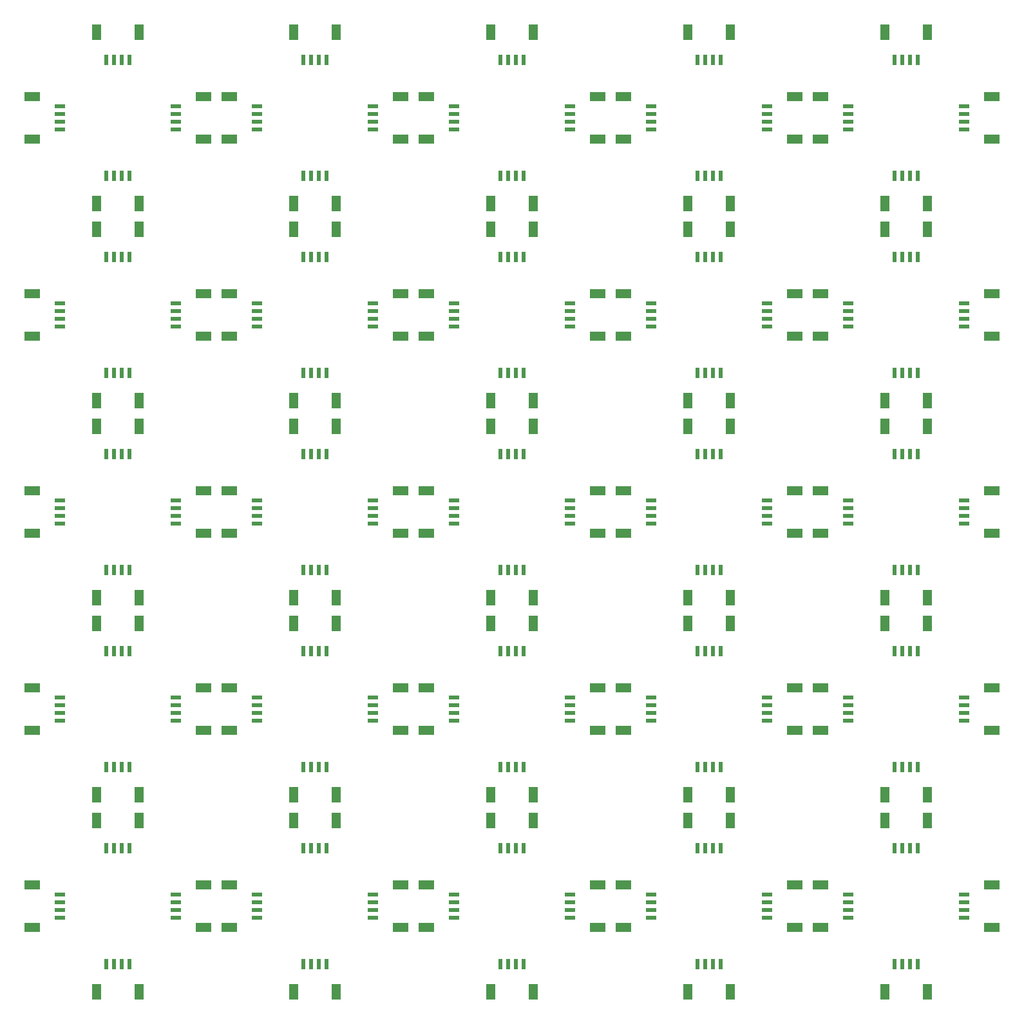
<source format=gtp>
G04 EAGLE Gerber RS-274X export*
G75*
%MOMM*%
%FSLAX34Y34*%
%LPD*%
%INSolderpaste Top*%
%IPPOS*%
%AMOC8*
5,1,8,0,0,1.08239X$1,22.5*%
G01*
%ADD10R,1.200000X2.000000*%
%ADD11R,0.600000X1.350000*%
%ADD12R,2.000000X1.200000*%
%ADD13R,1.350000X0.600000*%


D10*
X99000Y14050D03*
X155000Y14050D03*
D11*
X112000Y50800D03*
X122000Y50800D03*
X132000Y50800D03*
X142000Y50800D03*
D12*
X14050Y155000D03*
X14050Y99000D03*
D13*
X50800Y142000D03*
X50800Y132000D03*
X50800Y122000D03*
X50800Y112000D03*
D12*
X239950Y99000D03*
X239950Y155000D03*
D13*
X203200Y112000D03*
X203200Y122000D03*
X203200Y132000D03*
X203200Y142000D03*
D10*
X155000Y239950D03*
X99000Y239950D03*
D11*
X142000Y203200D03*
X132000Y203200D03*
X122000Y203200D03*
X112000Y203200D03*
D10*
X358080Y14050D03*
X414080Y14050D03*
D11*
X371080Y50800D03*
X381080Y50800D03*
X391080Y50800D03*
X401080Y50800D03*
D12*
X273130Y155000D03*
X273130Y99000D03*
D13*
X309880Y142000D03*
X309880Y132000D03*
X309880Y122000D03*
X309880Y112000D03*
D12*
X499030Y99000D03*
X499030Y155000D03*
D13*
X462280Y112000D03*
X462280Y122000D03*
X462280Y132000D03*
X462280Y142000D03*
D10*
X414080Y239950D03*
X358080Y239950D03*
D11*
X401080Y203200D03*
X391080Y203200D03*
X381080Y203200D03*
X371080Y203200D03*
D10*
X617160Y14050D03*
X673160Y14050D03*
D11*
X630160Y50800D03*
X640160Y50800D03*
X650160Y50800D03*
X660160Y50800D03*
D12*
X532210Y155000D03*
X532210Y99000D03*
D13*
X568960Y142000D03*
X568960Y132000D03*
X568960Y122000D03*
X568960Y112000D03*
D12*
X758110Y99000D03*
X758110Y155000D03*
D13*
X721360Y112000D03*
X721360Y122000D03*
X721360Y132000D03*
X721360Y142000D03*
D10*
X673160Y239950D03*
X617160Y239950D03*
D11*
X660160Y203200D03*
X650160Y203200D03*
X640160Y203200D03*
X630160Y203200D03*
D10*
X876240Y14050D03*
X932240Y14050D03*
D11*
X889240Y50800D03*
X899240Y50800D03*
X909240Y50800D03*
X919240Y50800D03*
D12*
X791290Y155000D03*
X791290Y99000D03*
D13*
X828040Y142000D03*
X828040Y132000D03*
X828040Y122000D03*
X828040Y112000D03*
D12*
X1017190Y99000D03*
X1017190Y155000D03*
D13*
X980440Y112000D03*
X980440Y122000D03*
X980440Y132000D03*
X980440Y142000D03*
D10*
X932240Y239950D03*
X876240Y239950D03*
D11*
X919240Y203200D03*
X909240Y203200D03*
X899240Y203200D03*
X889240Y203200D03*
D10*
X1135320Y14050D03*
X1191320Y14050D03*
D11*
X1148320Y50800D03*
X1158320Y50800D03*
X1168320Y50800D03*
X1178320Y50800D03*
D12*
X1050370Y155000D03*
X1050370Y99000D03*
D13*
X1087120Y142000D03*
X1087120Y132000D03*
X1087120Y122000D03*
X1087120Y112000D03*
D12*
X1276270Y99000D03*
X1276270Y155000D03*
D13*
X1239520Y112000D03*
X1239520Y122000D03*
X1239520Y132000D03*
X1239520Y142000D03*
D10*
X1191320Y239950D03*
X1135320Y239950D03*
D11*
X1178320Y203200D03*
X1168320Y203200D03*
X1158320Y203200D03*
X1148320Y203200D03*
D10*
X99000Y273130D03*
X155000Y273130D03*
D11*
X112000Y309880D03*
X122000Y309880D03*
X132000Y309880D03*
X142000Y309880D03*
D12*
X14050Y414080D03*
X14050Y358080D03*
D13*
X50800Y401080D03*
X50800Y391080D03*
X50800Y381080D03*
X50800Y371080D03*
D12*
X239950Y358080D03*
X239950Y414080D03*
D13*
X203200Y371080D03*
X203200Y381080D03*
X203200Y391080D03*
X203200Y401080D03*
D10*
X155000Y499030D03*
X99000Y499030D03*
D11*
X142000Y462280D03*
X132000Y462280D03*
X122000Y462280D03*
X112000Y462280D03*
D10*
X358080Y273130D03*
X414080Y273130D03*
D11*
X371080Y309880D03*
X381080Y309880D03*
X391080Y309880D03*
X401080Y309880D03*
D12*
X273130Y414080D03*
X273130Y358080D03*
D13*
X309880Y401080D03*
X309880Y391080D03*
X309880Y381080D03*
X309880Y371080D03*
D12*
X499030Y358080D03*
X499030Y414080D03*
D13*
X462280Y371080D03*
X462280Y381080D03*
X462280Y391080D03*
X462280Y401080D03*
D10*
X414080Y499030D03*
X358080Y499030D03*
D11*
X401080Y462280D03*
X391080Y462280D03*
X381080Y462280D03*
X371080Y462280D03*
D10*
X617160Y273130D03*
X673160Y273130D03*
D11*
X630160Y309880D03*
X640160Y309880D03*
X650160Y309880D03*
X660160Y309880D03*
D12*
X532210Y414080D03*
X532210Y358080D03*
D13*
X568960Y401080D03*
X568960Y391080D03*
X568960Y381080D03*
X568960Y371080D03*
D12*
X758110Y358080D03*
X758110Y414080D03*
D13*
X721360Y371080D03*
X721360Y381080D03*
X721360Y391080D03*
X721360Y401080D03*
D10*
X673160Y499030D03*
X617160Y499030D03*
D11*
X660160Y462280D03*
X650160Y462280D03*
X640160Y462280D03*
X630160Y462280D03*
D10*
X876240Y273130D03*
X932240Y273130D03*
D11*
X889240Y309880D03*
X899240Y309880D03*
X909240Y309880D03*
X919240Y309880D03*
D12*
X791290Y414080D03*
X791290Y358080D03*
D13*
X828040Y401080D03*
X828040Y391080D03*
X828040Y381080D03*
X828040Y371080D03*
D12*
X1017190Y358080D03*
X1017190Y414080D03*
D13*
X980440Y371080D03*
X980440Y381080D03*
X980440Y391080D03*
X980440Y401080D03*
D10*
X932240Y499030D03*
X876240Y499030D03*
D11*
X919240Y462280D03*
X909240Y462280D03*
X899240Y462280D03*
X889240Y462280D03*
D10*
X1135320Y273130D03*
X1191320Y273130D03*
D11*
X1148320Y309880D03*
X1158320Y309880D03*
X1168320Y309880D03*
X1178320Y309880D03*
D12*
X1050370Y414080D03*
X1050370Y358080D03*
D13*
X1087120Y401080D03*
X1087120Y391080D03*
X1087120Y381080D03*
X1087120Y371080D03*
D12*
X1276270Y358080D03*
X1276270Y414080D03*
D13*
X1239520Y371080D03*
X1239520Y381080D03*
X1239520Y391080D03*
X1239520Y401080D03*
D10*
X1191320Y499030D03*
X1135320Y499030D03*
D11*
X1178320Y462280D03*
X1168320Y462280D03*
X1158320Y462280D03*
X1148320Y462280D03*
D10*
X99000Y532210D03*
X155000Y532210D03*
D11*
X112000Y568960D03*
X122000Y568960D03*
X132000Y568960D03*
X142000Y568960D03*
D12*
X14050Y673160D03*
X14050Y617160D03*
D13*
X50800Y660160D03*
X50800Y650160D03*
X50800Y640160D03*
X50800Y630160D03*
D12*
X239950Y617160D03*
X239950Y673160D03*
D13*
X203200Y630160D03*
X203200Y640160D03*
X203200Y650160D03*
X203200Y660160D03*
D10*
X155000Y758110D03*
X99000Y758110D03*
D11*
X142000Y721360D03*
X132000Y721360D03*
X122000Y721360D03*
X112000Y721360D03*
D10*
X358080Y532210D03*
X414080Y532210D03*
D11*
X371080Y568960D03*
X381080Y568960D03*
X391080Y568960D03*
X401080Y568960D03*
D12*
X273130Y673160D03*
X273130Y617160D03*
D13*
X309880Y660160D03*
X309880Y650160D03*
X309880Y640160D03*
X309880Y630160D03*
D12*
X499030Y617160D03*
X499030Y673160D03*
D13*
X462280Y630160D03*
X462280Y640160D03*
X462280Y650160D03*
X462280Y660160D03*
D10*
X414080Y758110D03*
X358080Y758110D03*
D11*
X401080Y721360D03*
X391080Y721360D03*
X381080Y721360D03*
X371080Y721360D03*
D10*
X617160Y532210D03*
X673160Y532210D03*
D11*
X630160Y568960D03*
X640160Y568960D03*
X650160Y568960D03*
X660160Y568960D03*
D12*
X532210Y673160D03*
X532210Y617160D03*
D13*
X568960Y660160D03*
X568960Y650160D03*
X568960Y640160D03*
X568960Y630160D03*
D12*
X758110Y617160D03*
X758110Y673160D03*
D13*
X721360Y630160D03*
X721360Y640160D03*
X721360Y650160D03*
X721360Y660160D03*
D10*
X673160Y758110D03*
X617160Y758110D03*
D11*
X660160Y721360D03*
X650160Y721360D03*
X640160Y721360D03*
X630160Y721360D03*
D10*
X876240Y532210D03*
X932240Y532210D03*
D11*
X889240Y568960D03*
X899240Y568960D03*
X909240Y568960D03*
X919240Y568960D03*
D12*
X791290Y673160D03*
X791290Y617160D03*
D13*
X828040Y660160D03*
X828040Y650160D03*
X828040Y640160D03*
X828040Y630160D03*
D12*
X1017190Y617160D03*
X1017190Y673160D03*
D13*
X980440Y630160D03*
X980440Y640160D03*
X980440Y650160D03*
X980440Y660160D03*
D10*
X932240Y758110D03*
X876240Y758110D03*
D11*
X919240Y721360D03*
X909240Y721360D03*
X899240Y721360D03*
X889240Y721360D03*
D10*
X1135320Y532210D03*
X1191320Y532210D03*
D11*
X1148320Y568960D03*
X1158320Y568960D03*
X1168320Y568960D03*
X1178320Y568960D03*
D12*
X1050370Y673160D03*
X1050370Y617160D03*
D13*
X1087120Y660160D03*
X1087120Y650160D03*
X1087120Y640160D03*
X1087120Y630160D03*
D12*
X1276270Y617160D03*
X1276270Y673160D03*
D13*
X1239520Y630160D03*
X1239520Y640160D03*
X1239520Y650160D03*
X1239520Y660160D03*
D10*
X1191320Y758110D03*
X1135320Y758110D03*
D11*
X1178320Y721360D03*
X1168320Y721360D03*
X1158320Y721360D03*
X1148320Y721360D03*
D10*
X99000Y791290D03*
X155000Y791290D03*
D11*
X112000Y828040D03*
X122000Y828040D03*
X132000Y828040D03*
X142000Y828040D03*
D12*
X14050Y932240D03*
X14050Y876240D03*
D13*
X50800Y919240D03*
X50800Y909240D03*
X50800Y899240D03*
X50800Y889240D03*
D12*
X239950Y876240D03*
X239950Y932240D03*
D13*
X203200Y889240D03*
X203200Y899240D03*
X203200Y909240D03*
X203200Y919240D03*
D10*
X155000Y1017190D03*
X99000Y1017190D03*
D11*
X142000Y980440D03*
X132000Y980440D03*
X122000Y980440D03*
X112000Y980440D03*
D10*
X358080Y791290D03*
X414080Y791290D03*
D11*
X371080Y828040D03*
X381080Y828040D03*
X391080Y828040D03*
X401080Y828040D03*
D12*
X273130Y932240D03*
X273130Y876240D03*
D13*
X309880Y919240D03*
X309880Y909240D03*
X309880Y899240D03*
X309880Y889240D03*
D12*
X499030Y876240D03*
X499030Y932240D03*
D13*
X462280Y889240D03*
X462280Y899240D03*
X462280Y909240D03*
X462280Y919240D03*
D10*
X414080Y1017190D03*
X358080Y1017190D03*
D11*
X401080Y980440D03*
X391080Y980440D03*
X381080Y980440D03*
X371080Y980440D03*
D10*
X617160Y791290D03*
X673160Y791290D03*
D11*
X630160Y828040D03*
X640160Y828040D03*
X650160Y828040D03*
X660160Y828040D03*
D12*
X532210Y932240D03*
X532210Y876240D03*
D13*
X568960Y919240D03*
X568960Y909240D03*
X568960Y899240D03*
X568960Y889240D03*
D12*
X758110Y876240D03*
X758110Y932240D03*
D13*
X721360Y889240D03*
X721360Y899240D03*
X721360Y909240D03*
X721360Y919240D03*
D10*
X673160Y1017190D03*
X617160Y1017190D03*
D11*
X660160Y980440D03*
X650160Y980440D03*
X640160Y980440D03*
X630160Y980440D03*
D10*
X876240Y791290D03*
X932240Y791290D03*
D11*
X889240Y828040D03*
X899240Y828040D03*
X909240Y828040D03*
X919240Y828040D03*
D12*
X791290Y932240D03*
X791290Y876240D03*
D13*
X828040Y919240D03*
X828040Y909240D03*
X828040Y899240D03*
X828040Y889240D03*
D12*
X1017190Y876240D03*
X1017190Y932240D03*
D13*
X980440Y889240D03*
X980440Y899240D03*
X980440Y909240D03*
X980440Y919240D03*
D10*
X932240Y1017190D03*
X876240Y1017190D03*
D11*
X919240Y980440D03*
X909240Y980440D03*
X899240Y980440D03*
X889240Y980440D03*
D10*
X1135320Y791290D03*
X1191320Y791290D03*
D11*
X1148320Y828040D03*
X1158320Y828040D03*
X1168320Y828040D03*
X1178320Y828040D03*
D12*
X1050370Y932240D03*
X1050370Y876240D03*
D13*
X1087120Y919240D03*
X1087120Y909240D03*
X1087120Y899240D03*
X1087120Y889240D03*
D12*
X1276270Y876240D03*
X1276270Y932240D03*
D13*
X1239520Y889240D03*
X1239520Y899240D03*
X1239520Y909240D03*
X1239520Y919240D03*
D10*
X1191320Y1017190D03*
X1135320Y1017190D03*
D11*
X1178320Y980440D03*
X1168320Y980440D03*
X1158320Y980440D03*
X1148320Y980440D03*
D10*
X99000Y1050370D03*
X155000Y1050370D03*
D11*
X112000Y1087120D03*
X122000Y1087120D03*
X132000Y1087120D03*
X142000Y1087120D03*
D12*
X14050Y1191320D03*
X14050Y1135320D03*
D13*
X50800Y1178320D03*
X50800Y1168320D03*
X50800Y1158320D03*
X50800Y1148320D03*
D12*
X239950Y1135320D03*
X239950Y1191320D03*
D13*
X203200Y1148320D03*
X203200Y1158320D03*
X203200Y1168320D03*
X203200Y1178320D03*
D10*
X155000Y1276270D03*
X99000Y1276270D03*
D11*
X142000Y1239520D03*
X132000Y1239520D03*
X122000Y1239520D03*
X112000Y1239520D03*
D10*
X358080Y1050370D03*
X414080Y1050370D03*
D11*
X371080Y1087120D03*
X381080Y1087120D03*
X391080Y1087120D03*
X401080Y1087120D03*
D12*
X273130Y1191320D03*
X273130Y1135320D03*
D13*
X309880Y1178320D03*
X309880Y1168320D03*
X309880Y1158320D03*
X309880Y1148320D03*
D12*
X499030Y1135320D03*
X499030Y1191320D03*
D13*
X462280Y1148320D03*
X462280Y1158320D03*
X462280Y1168320D03*
X462280Y1178320D03*
D10*
X414080Y1276270D03*
X358080Y1276270D03*
D11*
X401080Y1239520D03*
X391080Y1239520D03*
X381080Y1239520D03*
X371080Y1239520D03*
D10*
X617160Y1050370D03*
X673160Y1050370D03*
D11*
X630160Y1087120D03*
X640160Y1087120D03*
X650160Y1087120D03*
X660160Y1087120D03*
D12*
X532210Y1191320D03*
X532210Y1135320D03*
D13*
X568960Y1178320D03*
X568960Y1168320D03*
X568960Y1158320D03*
X568960Y1148320D03*
D12*
X758110Y1135320D03*
X758110Y1191320D03*
D13*
X721360Y1148320D03*
X721360Y1158320D03*
X721360Y1168320D03*
X721360Y1178320D03*
D10*
X673160Y1276270D03*
X617160Y1276270D03*
D11*
X660160Y1239520D03*
X650160Y1239520D03*
X640160Y1239520D03*
X630160Y1239520D03*
D10*
X876240Y1050370D03*
X932240Y1050370D03*
D11*
X889240Y1087120D03*
X899240Y1087120D03*
X909240Y1087120D03*
X919240Y1087120D03*
D12*
X791290Y1191320D03*
X791290Y1135320D03*
D13*
X828040Y1178320D03*
X828040Y1168320D03*
X828040Y1158320D03*
X828040Y1148320D03*
D12*
X1017190Y1135320D03*
X1017190Y1191320D03*
D13*
X980440Y1148320D03*
X980440Y1158320D03*
X980440Y1168320D03*
X980440Y1178320D03*
D10*
X932240Y1276270D03*
X876240Y1276270D03*
D11*
X919240Y1239520D03*
X909240Y1239520D03*
X899240Y1239520D03*
X889240Y1239520D03*
D10*
X1135320Y1050370D03*
X1191320Y1050370D03*
D11*
X1148320Y1087120D03*
X1158320Y1087120D03*
X1168320Y1087120D03*
X1178320Y1087120D03*
D12*
X1050370Y1191320D03*
X1050370Y1135320D03*
D13*
X1087120Y1178320D03*
X1087120Y1168320D03*
X1087120Y1158320D03*
X1087120Y1148320D03*
D12*
X1276270Y1135320D03*
X1276270Y1191320D03*
D13*
X1239520Y1148320D03*
X1239520Y1158320D03*
X1239520Y1168320D03*
X1239520Y1178320D03*
D10*
X1191320Y1276270D03*
X1135320Y1276270D03*
D11*
X1178320Y1239520D03*
X1168320Y1239520D03*
X1158320Y1239520D03*
X1148320Y1239520D03*
M02*

</source>
